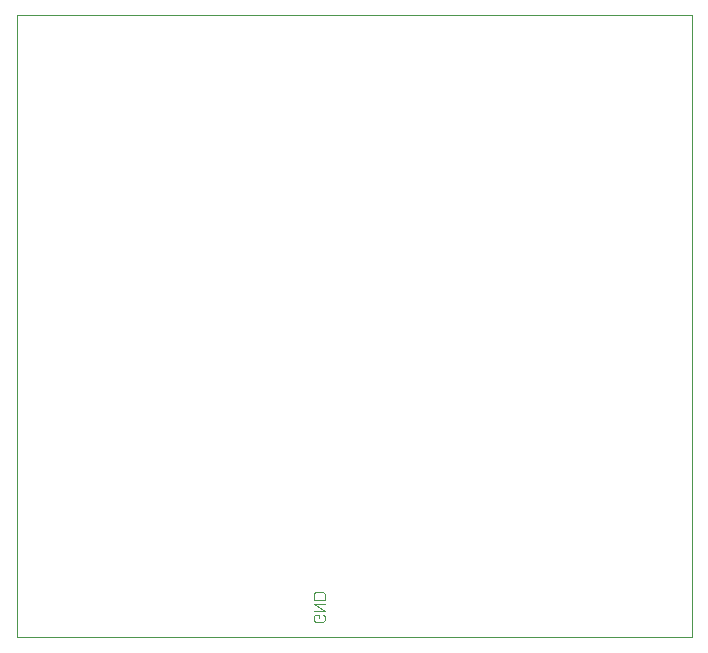
<source format=gbo>
G75*
%MOIN*%
%OFA0B0*%
%FSLAX24Y24*%
%IPPOS*%
%LPD*%
%AMOC8*
5,1,8,0,0,1.08239X$1,22.5*
%
%ADD10C,0.0000*%
%ADD11C,0.0030*%
D10*
X000142Y000220D02*
X000142Y020966D01*
X022637Y020966D01*
X022637Y000220D01*
X000142Y000220D01*
D11*
X010032Y000797D02*
X010032Y000920D01*
X010093Y000982D01*
X010217Y000982D01*
X010217Y000858D01*
X010340Y000735D02*
X010093Y000735D01*
X010032Y000797D01*
X010340Y000735D02*
X010402Y000797D01*
X010402Y000920D01*
X010340Y000982D01*
X010402Y001103D02*
X010032Y001103D01*
X010032Y001350D02*
X010402Y001350D01*
X010402Y001472D02*
X010402Y001657D01*
X010340Y001719D01*
X010093Y001719D01*
X010032Y001657D01*
X010032Y001472D01*
X010402Y001472D01*
X010402Y001103D02*
X010032Y001350D01*
M02*

</source>
